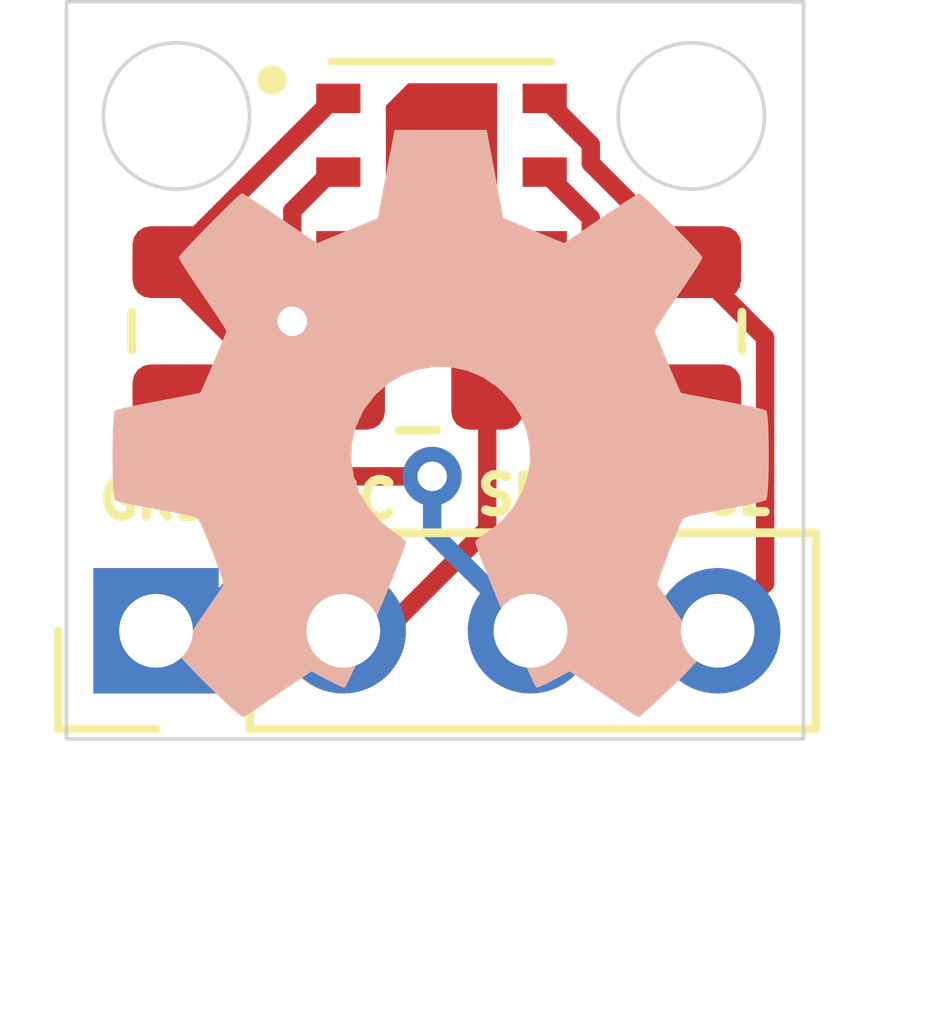
<source format=kicad_pcb>
(kicad_pcb (version 20171130) (host pcbnew 5.1.6-c6e7f7d~86~ubuntu19.10.1)

  (general
    (thickness 1.6)
    (drawings 10)
    (tracks 38)
    (zones 0)
    (modules 6)
    (nets 7)
  )

  (page A4)
  (layers
    (0 F.Cu signal)
    (31 B.Cu signal)
    (32 B.Adhes user)
    (33 F.Adhes user)
    (34 B.Paste user)
    (35 F.Paste user)
    (36 B.SilkS user)
    (37 F.SilkS user)
    (38 B.Mask user)
    (39 F.Mask user)
    (40 Dwgs.User user)
    (41 Cmts.User user)
    (42 Eco1.User user)
    (43 Eco2.User user)
    (44 Edge.Cuts user)
    (45 Margin user)
    (46 B.CrtYd user)
    (47 F.CrtYd user)
    (48 B.Fab user)
    (49 F.Fab user)
  )

  (setup
    (last_trace_width 0.25)
    (trace_clearance 0.2)
    (zone_clearance 0.508)
    (zone_45_only no)
    (trace_min 0.2)
    (via_size 0.8)
    (via_drill 0.4)
    (via_min_size 0.4)
    (via_min_drill 0.3)
    (uvia_size 0.3)
    (uvia_drill 0.1)
    (uvias_allowed no)
    (uvia_min_size 0.2)
    (uvia_min_drill 0.1)
    (edge_width 0.05)
    (segment_width 0.2)
    (pcb_text_width 0.3)
    (pcb_text_size 1.5 1.5)
    (mod_edge_width 0.12)
    (mod_text_size 1 1)
    (mod_text_width 0.15)
    (pad_size 1.524 1.524)
    (pad_drill 0.762)
    (pad_to_mask_clearance 0.05)
    (aux_axis_origin 0 0)
    (visible_elements 7FFFFFFF)
    (pcbplotparams
      (layerselection 0x010ff_ffffffff)
      (usegerberextensions true)
      (usegerberattributes false)
      (usegerberadvancedattributes true)
      (creategerberjobfile true)
      (excludeedgelayer true)
      (linewidth 0.100000)
      (plotframeref false)
      (viasonmask false)
      (mode 1)
      (useauxorigin false)
      (hpglpennumber 1)
      (hpglpenspeed 20)
      (hpglpendiameter 15.000000)
      (psnegative false)
      (psa4output false)
      (plotreference true)
      (plotvalue true)
      (plotinvisibletext false)
      (padsonsilk false)
      (subtractmaskfromsilk false)
      (outputformat 1)
      (mirror false)
      (drillshape 0)
      (scaleselection 1)
      (outputdirectory "gerber/"))
  )

  (net 0 "")
  (net 1 /SCL)
  (net 2 +3V3)
  (net 3 /SDA)
  (net 4 "Net-(U1-Pad3)")
  (net 5 GND)
  (net 6 "Net-(U1-Pad7)")

  (net_class Default "This is the default net class."
    (clearance 0.2)
    (trace_width 0.25)
    (via_dia 0.8)
    (via_drill 0.4)
    (uvia_dia 0.3)
    (uvia_drill 0.1)
    (add_net +3V3)
    (add_net /SCL)
    (add_net /SDA)
    (add_net GND)
    (add_net "Net-(U1-Pad3)")
    (add_net "Net-(U1-Pad7)")
  )

  (module Capacitor_SMD:C_0805_2012Metric (layer F.Cu) (tedit 5B36C52B) (tstamp 5F2939B6)
    (at 196.596 69.469 270)
    (descr "Capacitor SMD 0805 (2012 Metric), square (rectangular) end terminal, IPC_7351 nominal, (Body size source: https://docs.google.com/spreadsheets/d/1BsfQQcO9C6DZCsRaXUlFlo91Tg2WpOkGARC1WS5S8t0/edit?usp=sharing), generated with kicad-footprint-generator")
    (tags capacitor)
    (path /5F28E54C)
    (attr smd)
    (fp_text reference R2 (at 0 -1.65 90) (layer F.SilkS) hide
      (effects (font (size 1 1) (thickness 0.15)))
    )
    (fp_text value R (at 0 1.65 90) (layer F.Fab)
      (effects (font (size 1 1) (thickness 0.15)))
    )
    (fp_line (start -1 0.6) (end -1 -0.6) (layer F.Fab) (width 0.1))
    (fp_line (start -1 -0.6) (end 1 -0.6) (layer F.Fab) (width 0.1))
    (fp_line (start 1 -0.6) (end 1 0.6) (layer F.Fab) (width 0.1))
    (fp_line (start 1 0.6) (end -1 0.6) (layer F.Fab) (width 0.1))
    (fp_line (start -0.258578 -0.71) (end 0.258578 -0.71) (layer F.SilkS) (width 0.12))
    (fp_line (start -0.258578 0.71) (end 0.258578 0.71) (layer F.SilkS) (width 0.12))
    (fp_line (start -1.68 0.95) (end -1.68 -0.95) (layer F.CrtYd) (width 0.05))
    (fp_line (start -1.68 -0.95) (end 1.68 -0.95) (layer F.CrtYd) (width 0.05))
    (fp_line (start 1.68 -0.95) (end 1.68 0.95) (layer F.CrtYd) (width 0.05))
    (fp_line (start 1.68 0.95) (end -1.68 0.95) (layer F.CrtYd) (width 0.05))
    (fp_text user %R (at 0 0 90) (layer F.Fab)
      (effects (font (size 0.5 0.5) (thickness 0.08)))
    )
    (pad 1 smd roundrect (at -0.9375 0 270) (size 0.975 1.4) (layers F.Cu F.Paste F.Mask) (roundrect_rratio 0.25)
      (net 3 /SDA))
    (pad 2 smd roundrect (at 0.9375 0 270) (size 0.975 1.4) (layers F.Cu F.Paste F.Mask) (roundrect_rratio 0.25)
      (net 2 +3V3))
    (model ${KISYS3DMOD}/Capacitor_SMD.3dshapes/C_0805_2012Metric.wrl
      (at (xyz 0 0 0))
      (scale (xyz 1 1 1))
      (rotate (xyz 0 0 0))
    )
  )

  (module Capacitor_SMD:C_0805_2012Metric (layer F.Cu) (tedit 5B36C52B) (tstamp 5F293870)
    (at 199.771 70.104 180)
    (descr "Capacitor SMD 0805 (2012 Metric), square (rectangular) end terminal, IPC_7351 nominal, (Body size source: https://docs.google.com/spreadsheets/d/1BsfQQcO9C6DZCsRaXUlFlo91Tg2WpOkGARC1WS5S8t0/edit?usp=sharing), generated with kicad-footprint-generator")
    (tags capacitor)
    (path /5F28FC70)
    (attr smd)
    (fp_text reference C1 (at 0 -1.65) (layer F.SilkS) hide
      (effects (font (size 1 1) (thickness 0.15)))
    )
    (fp_text value C (at 0 1.65) (layer F.Fab)
      (effects (font (size 1 1) (thickness 0.15)))
    )
    (fp_line (start -1 0.6) (end -1 -0.6) (layer F.Fab) (width 0.1))
    (fp_line (start -1 -0.6) (end 1 -0.6) (layer F.Fab) (width 0.1))
    (fp_line (start 1 -0.6) (end 1 0.6) (layer F.Fab) (width 0.1))
    (fp_line (start 1 0.6) (end -1 0.6) (layer F.Fab) (width 0.1))
    (fp_line (start -0.258578 -0.71) (end 0.258578 -0.71) (layer F.SilkS) (width 0.12))
    (fp_line (start -0.258578 0.71) (end 0.258578 0.71) (layer F.SilkS) (width 0.12))
    (fp_line (start -1.68 0.95) (end -1.68 -0.95) (layer F.CrtYd) (width 0.05))
    (fp_line (start -1.68 -0.95) (end 1.68 -0.95) (layer F.CrtYd) (width 0.05))
    (fp_line (start 1.68 -0.95) (end 1.68 0.95) (layer F.CrtYd) (width 0.05))
    (fp_line (start 1.68 0.95) (end -1.68 0.95) (layer F.CrtYd) (width 0.05))
    (fp_text user %R (at 0 0) (layer F.Fab)
      (effects (font (size 0.5 0.5) (thickness 0.08)))
    )
    (pad 1 smd roundrect (at -0.9375 0 180) (size 0.975 1.4) (layers F.Cu F.Paste F.Mask) (roundrect_rratio 0.25)
      (net 2 +3V3))
    (pad 2 smd roundrect (at 0.9375 0 180) (size 0.975 1.4) (layers F.Cu F.Paste F.Mask) (roundrect_rratio 0.25)
      (net 5 GND))
    (model ${KISYS3DMOD}/Capacitor_SMD.3dshapes/C_0805_2012Metric.wrl
      (at (xyz 0 0 0))
      (scale (xyz 1 1 1))
      (rotate (xyz 0 0 0))
    )
  )

  (module Capacitor_SMD:C_0805_2012Metric (layer F.Cu) (tedit 5B36C52B) (tstamp 5F29375A)
    (at 203.454 69.469 90)
    (descr "Capacitor SMD 0805 (2012 Metric), square (rectangular) end terminal, IPC_7351 nominal, (Body size source: https://docs.google.com/spreadsheets/d/1BsfQQcO9C6DZCsRaXUlFlo91Tg2WpOkGARC1WS5S8t0/edit?usp=sharing), generated with kicad-footprint-generator")
    (tags capacitor)
    (path /5F28869C)
    (attr smd)
    (fp_text reference R1 (at 0 -1.65 90) (layer F.SilkS) hide
      (effects (font (size 1 1) (thickness 0.15)))
    )
    (fp_text value R (at 0 1.65 90) (layer F.Fab)
      (effects (font (size 1 1) (thickness 0.15)))
    )
    (fp_line (start -1 0.6) (end -1 -0.6) (layer F.Fab) (width 0.1))
    (fp_line (start -1 -0.6) (end 1 -0.6) (layer F.Fab) (width 0.1))
    (fp_line (start 1 -0.6) (end 1 0.6) (layer F.Fab) (width 0.1))
    (fp_line (start 1 0.6) (end -1 0.6) (layer F.Fab) (width 0.1))
    (fp_line (start -0.258578 -0.71) (end 0.258578 -0.71) (layer F.SilkS) (width 0.12))
    (fp_line (start -0.258578 0.71) (end 0.258578 0.71) (layer F.SilkS) (width 0.12))
    (fp_line (start -1.68 0.95) (end -1.68 -0.95) (layer F.CrtYd) (width 0.05))
    (fp_line (start -1.68 -0.95) (end 1.68 -0.95) (layer F.CrtYd) (width 0.05))
    (fp_line (start 1.68 -0.95) (end 1.68 0.95) (layer F.CrtYd) (width 0.05))
    (fp_line (start 1.68 0.95) (end -1.68 0.95) (layer F.CrtYd) (width 0.05))
    (fp_text user %R (at 0 0 90) (layer F.Fab)
      (effects (font (size 0.5 0.5) (thickness 0.08)))
    )
    (pad 1 smd roundrect (at -0.9375 0 90) (size 0.975 1.4) (layers F.Cu F.Paste F.Mask) (roundrect_rratio 0.25)
      (net 2 +3V3))
    (pad 2 smd roundrect (at 0.9375 0 90) (size 0.975 1.4) (layers F.Cu F.Paste F.Mask) (roundrect_rratio 0.25)
      (net 1 /SCL))
    (model ${KISYS3DMOD}/Capacitor_SMD.3dshapes/C_0805_2012Metric.wrl
      (at (xyz 0 0 0))
      (scale (xyz 1 1 1))
      (rotate (xyz 0 0 0))
    )
  )

  (module Connector_PinHeader_2.54mm:PinHeader_1x04_P2.54mm_Vertical (layer F.Cu) (tedit 59FED5CC) (tstamp 5F293675)
    (at 196.215 73.533 90)
    (descr "Through hole straight pin header, 1x04, 2.54mm pitch, single row")
    (tags "Through hole pin header THT 1x04 2.54mm single row")
    (path /5F28937D)
    (fp_text reference J1 (at 0 -2.33 90) (layer F.SilkS) hide
      (effects (font (size 1 1) (thickness 0.15)))
    )
    (fp_text value "Breakout pins" (at 0 9.95 90) (layer F.Fab)
      (effects (font (size 1 1) (thickness 0.15)))
    )
    (fp_line (start 1.8 -1.8) (end -1.8 -1.8) (layer F.CrtYd) (width 0.05))
    (fp_line (start 1.8 9.4) (end 1.8 -1.8) (layer F.CrtYd) (width 0.05))
    (fp_line (start -1.8 9.4) (end 1.8 9.4) (layer F.CrtYd) (width 0.05))
    (fp_line (start -1.8 -1.8) (end -1.8 9.4) (layer F.CrtYd) (width 0.05))
    (fp_line (start -1.33 -1.33) (end 0 -1.33) (layer F.SilkS) (width 0.12))
    (fp_line (start -1.33 0) (end -1.33 -1.33) (layer F.SilkS) (width 0.12))
    (fp_line (start -1.33 1.27) (end 1.33 1.27) (layer F.SilkS) (width 0.12))
    (fp_line (start 1.33 1.27) (end 1.33 8.95) (layer F.SilkS) (width 0.12))
    (fp_line (start -1.33 1.27) (end -1.33 8.95) (layer F.SilkS) (width 0.12))
    (fp_line (start -1.33 8.95) (end 1.33 8.95) (layer F.SilkS) (width 0.12))
    (fp_line (start -1.27 -0.635) (end -0.635 -1.27) (layer F.Fab) (width 0.1))
    (fp_line (start -1.27 8.89) (end -1.27 -0.635) (layer F.Fab) (width 0.1))
    (fp_line (start 1.27 8.89) (end -1.27 8.89) (layer F.Fab) (width 0.1))
    (fp_line (start 1.27 -1.27) (end 1.27 8.89) (layer F.Fab) (width 0.1))
    (fp_line (start -0.635 -1.27) (end 1.27 -1.27) (layer F.Fab) (width 0.1))
    (fp_text user %R (at 0 3.81) (layer F.Fab)
      (effects (font (size 1 1) (thickness 0.15)))
    )
    (pad 4 thru_hole oval (at 0 7.62 90) (size 1.7 1.7) (drill 1) (layers *.Cu *.Mask)
      (net 1 /SCL))
    (pad 3 thru_hole oval (at 0 5.08 90) (size 1.7 1.7) (drill 1) (layers *.Cu *.Mask)
      (net 3 /SDA))
    (pad 2 thru_hole oval (at 0 2.54 90) (size 1.7 1.7) (drill 1) (layers *.Cu *.Mask)
      (net 2 +3V3))
    (pad 1 thru_hole rect (at 0 0 90) (size 1.7 1.7) (drill 1) (layers *.Cu *.Mask)
      (net 5 GND))
    (model ${KISYS3DMOD}/Connector_PinHeader_2.54mm.3dshapes/PinHeader_1x04_P2.54mm_Vertical.wrl
      (at (xyz 0 0 0))
      (scale (xyz 1 1 1))
      (rotate (xyz 0 0 0))
    )
  )

  (module Symbol:OSHW-Symbol_8.9x8mm_SilkScreen (layer B.Cu) (tedit 0) (tstamp 5F2933F0)
    (at 200.0885 70.739 180)
    (descr "Open Source Hardware Symbol")
    (tags "Logo Symbol OSHW")
    (attr virtual)
    (fp_text reference REF** (at 0 0) (layer B.SilkS) hide
      (effects (font (size 1 1) (thickness 0.15)) (justify mirror))
    )
    (fp_text value OSHW-Symbol_8.9x8mm_SilkScreen (at 0.75 0) (layer B.Fab) hide
      (effects (font (size 1 1) (thickness 0.15)) (justify mirror))
    )
    (fp_poly (pts (xy 0.746536 3.399573) (xy 0.859118 2.802382) (xy 1.274531 2.631135) (xy 1.689945 2.459888)
      (xy 2.188302 2.798767) (xy 2.327869 2.893123) (xy 2.454029 2.97737) (xy 2.560896 3.047662)
      (xy 2.642583 3.100153) (xy 2.693202 3.130996) (xy 2.706987 3.137647) (xy 2.731821 3.120542)
      (xy 2.784889 3.073256) (xy 2.860241 3.001828) (xy 2.95193 2.9123) (xy 3.054008 2.810711)
      (xy 3.160527 2.703102) (xy 3.265537 2.595513) (xy 3.363092 2.493985) (xy 3.447243 2.404559)
      (xy 3.512041 2.333274) (xy 3.551538 2.286172) (xy 3.560981 2.270408) (xy 3.547392 2.241347)
      (xy 3.509294 2.177679) (xy 3.450694 2.085633) (xy 3.375598 1.971436) (xy 3.288009 1.841316)
      (xy 3.237255 1.767099) (xy 3.144746 1.631578) (xy 3.062541 1.509284) (xy 2.994631 1.406305)
      (xy 2.945001 1.328727) (xy 2.917641 1.282639) (xy 2.91353 1.272953) (xy 2.92285 1.245426)
      (xy 2.948255 1.181272) (xy 2.985912 1.08951) (xy 3.031987 0.979161) (xy 3.082647 0.859245)
      (xy 3.13406 0.738781) (xy 3.18239 0.626791) (xy 3.223807 0.532293) (xy 3.254475 0.464308)
      (xy 3.270562 0.431857) (xy 3.271512 0.43058) (xy 3.296773 0.424383) (xy 3.364046 0.41056)
      (xy 3.466361 0.390468) (xy 3.596742 0.365466) (xy 3.748217 0.336914) (xy 3.836594 0.320449)
      (xy 3.998453 0.289631) (xy 4.14465 0.260306) (xy 4.267788 0.234079) (xy 4.36047 0.212554)
      (xy 4.415302 0.197335) (xy 4.426324 0.192507) (xy 4.437119 0.159826) (xy 4.44583 0.086015)
      (xy 4.452461 -0.020292) (xy 4.457019 -0.150467) (xy 4.45951 -0.295876) (xy 4.459939 -0.44789)
      (xy 4.458312 -0.597877) (xy 4.454636 -0.737206) (xy 4.448916 -0.857245) (xy 4.441158 -0.949365)
      (xy 4.431369 -1.004932) (xy 4.425497 -1.0165) (xy 4.3904 -1.030365) (xy 4.316029 -1.050188)
      (xy 4.212224 -1.073639) (xy 4.08882 -1.098391) (xy 4.045742 -1.106398) (xy 3.838048 -1.144441)
      (xy 3.673985 -1.175079) (xy 3.548131 -1.199529) (xy 3.455066 -1.219009) (xy 3.389368 -1.234736)
      (xy 3.345618 -1.247928) (xy 3.318393 -1.259804) (xy 3.302273 -1.27158) (xy 3.300018 -1.273908)
      (xy 3.277504 -1.3114) (xy 3.243159 -1.384365) (xy 3.200412 -1.483867) (xy 3.152693 -1.600973)
      (xy 3.103431 -1.726748) (xy 3.056056 -1.852257) (xy 3.013996 -1.968565) (xy 2.980681 -2.066739)
      (xy 2.959542 -2.137843) (xy 2.954006 -2.172942) (xy 2.954467 -2.174172) (xy 2.973224 -2.202861)
      (xy 3.015777 -2.265985) (xy 3.077654 -2.356973) (xy 3.154383 -2.469255) (xy 3.241492 -2.59626)
      (xy 3.266299 -2.632353) (xy 3.354753 -2.763203) (xy 3.432589 -2.882591) (xy 3.495567 -2.983662)
      (xy 3.539446 -3.059559) (xy 3.559986 -3.103427) (xy 3.560981 -3.108817) (xy 3.543723 -3.137144)
      (xy 3.496036 -3.193261) (xy 3.424051 -3.271137) (xy 3.333898 -3.36474) (xy 3.231706 -3.468041)
      (xy 3.123606 -3.575006) (xy 3.015729 -3.679606) (xy 2.914205 -3.775809) (xy 2.825163 -3.857584)
      (xy 2.754734 -3.9189) (xy 2.709048 -3.953726) (xy 2.69641 -3.959412) (xy 2.666992 -3.94602)
      (xy 2.606762 -3.909899) (xy 2.52553 -3.857136) (xy 2.463031 -3.814667) (xy 2.349786 -3.73674)
      (xy 2.215675 -3.644984) (xy 2.081156 -3.553375) (xy 2.008834 -3.504346) (xy 1.764039 -3.33877)
      (xy 1.558551 -3.449875) (xy 1.464937 -3.498548) (xy 1.385331 -3.536381) (xy 1.331468 -3.557958)
      (xy 1.317758 -3.560961) (xy 1.301271 -3.538793) (xy 1.268746 -3.476149) (xy 1.222609 -3.378809)
      (xy 1.165291 -3.252549) (xy 1.099217 -3.10315) (xy 1.026816 -2.936388) (xy 0.950517 -2.758042)
      (xy 0.872747 -2.573891) (xy 0.795935 -2.389712) (xy 0.722507 -2.211285) (xy 0.654893 -2.044387)
      (xy 0.595521 -1.894797) (xy 0.546817 -1.768293) (xy 0.511211 -1.670654) (xy 0.491131 -1.607657)
      (xy 0.487901 -1.586021) (xy 0.513497 -1.558424) (xy 0.569539 -1.513625) (xy 0.644312 -1.460934)
      (xy 0.650588 -1.456765) (xy 0.843846 -1.302069) (xy 0.999675 -1.121591) (xy 1.116725 -0.921102)
      (xy 1.193646 -0.706374) (xy 1.229087 -0.483177) (xy 1.221698 -0.257281) (xy 1.170128 -0.034459)
      (xy 1.073027 0.179521) (xy 1.044459 0.226336) (xy 0.895869 0.415382) (xy 0.720328 0.567188)
      (xy 0.523911 0.680966) (xy 0.312694 0.755925) (xy 0.092754 0.791278) (xy -0.129836 0.786233)
      (xy -0.348998 0.740001) (xy -0.558657 0.651794) (xy -0.752738 0.520821) (xy -0.812773 0.467663)
      (xy -0.965564 0.301261) (xy -1.076902 0.126088) (xy -1.153276 -0.070266) (xy -1.195812 -0.264717)
      (xy -1.206313 -0.483342) (xy -1.171299 -0.703052) (xy -1.094326 -0.91642) (xy -0.978952 -1.116022)
      (xy -0.828734 -1.294429) (xy -0.647226 -1.444217) (xy -0.623372 -1.460006) (xy -0.547798 -1.511712)
      (xy -0.490348 -1.556512) (xy -0.462882 -1.585117) (xy -0.462482 -1.586021) (xy -0.468379 -1.616964)
      (xy -0.491754 -1.687191) (xy -0.530178 -1.790925) (xy -0.581222 -1.92239) (xy -0.642457 -2.075807)
      (xy -0.711455 -2.245401) (xy -0.785786 -2.425393) (xy -0.863021 -2.610008) (xy -0.940731 -2.793468)
      (xy -1.016488 -2.969996) (xy -1.087862 -3.133814) (xy -1.152425 -3.279147) (xy -1.207747 -3.400217)
      (xy -1.251399 -3.491247) (xy -1.280953 -3.54646) (xy -1.292855 -3.560961) (xy -1.329222 -3.549669)
      (xy -1.397269 -3.519385) (xy -1.485263 -3.47552) (xy -1.533649 -3.449875) (xy -1.739136 -3.33877)
      (xy -1.983931 -3.504346) (xy -2.108893 -3.58917) (xy -2.245704 -3.682516) (xy -2.373911 -3.770408)
      (xy -2.438128 -3.814667) (xy -2.528448 -3.875318) (xy -2.604928 -3.923381) (xy -2.657592 -3.95277)
      (xy -2.674697 -3.958982) (xy -2.699594 -3.942223) (xy -2.754694 -3.895436) (xy -2.834656 -3.82348)
      (xy -2.934139 -3.731212) (xy -3.047799 -3.62349) (xy -3.119684 -3.554326) (xy -3.245448 -3.430757)
      (xy -3.354136 -3.320234) (xy -3.441354 -3.227485) (xy -3.50271 -3.157237) (xy -3.533808 -3.11422)
      (xy -3.536791 -3.10549) (xy -3.522946 -3.072284) (xy -3.484687 -3.005142) (xy -3.426258 -2.910863)
      (xy -3.351902 -2.796245) (xy -3.265864 -2.668083) (xy -3.241397 -2.632353) (xy -3.152245 -2.502489)
      (xy -3.072261 -2.385569) (xy -3.005919 -2.288162) (xy -2.957688 -2.216839) (xy -2.932042 -2.17817)
      (xy -2.929564 -2.174172) (xy -2.93327 -2.143355) (xy -2.952938 -2.075599) (xy -2.985139 -1.979839)
      (xy -3.026444 -1.865009) (xy -3.073424 -1.740044) (xy -3.12265 -1.613879) (xy -3.170691 -1.495448)
      (xy -3.214118 -1.393685) (xy -3.249503 -1.317526) (xy -3.273415 -1.275904) (xy -3.275115 -1.273908)
      (xy -3.289737 -1.262013) (xy -3.314434 -1.25025) (xy -3.354627 -1.237401) (xy -3.415736 -1.222249)
      (xy -3.503182 -1.203576) (xy -3.622387 -1.180165) (xy -3.778772 -1.150797) (xy -3.977756 -1.114255)
      (xy -4.020839 -1.106398) (xy -4.148529 -1.081727) (xy -4.259846 -1.057593) (xy -4.344954 -1.036324)
      (xy -4.394016 -1.020248) (xy -4.400594 -1.0165) (xy -4.411435 -0.983273) (xy -4.420246 -0.909021)
      (xy -4.427023 -0.802376) (xy -4.431759 -0.671967) (xy -4.434449 -0.526427) (xy -4.435086 -0.374386)
      (xy -4.433665 -0.224476) (xy -4.430179 -0.085328) (xy -4.424623 0.034428) (xy -4.416991 0.126159)
      (xy -4.407277 0.181234) (xy -4.401421 0.192507) (xy -4.368819 0.203877) (xy -4.294581 0.222376)
      (xy -4.186103 0.246398) (xy -4.050782 0.274338) (xy -3.896014 0.304592) (xy -3.811692 0.320449)
      (xy -3.651703 0.350356) (xy -3.509032 0.37745) (xy -3.390651 0.400369) (xy -3.303534 0.417757)
      (xy -3.254654 0.428253) (xy -3.246609 0.43058) (xy -3.233012 0.456814) (xy -3.20427 0.520005)
      (xy -3.164214 0.611123) (xy -3.116675 0.721143) (xy -3.065484 0.841035) (xy -3.014473 0.961773)
      (xy -2.967473 1.074329) (xy -2.928315 1.169674) (xy -2.90083 1.238783) (xy -2.88885 1.272626)
      (xy -2.888627 1.274105) (xy -2.902208 1.300803) (xy -2.940284 1.36224) (xy -2.998852 1.452311)
      (xy -3.073911 1.56491) (xy -3.161459 1.69393) (xy -3.212352 1.768039) (xy -3.30509 1.903923)
      (xy -3.387458 2.027291) (xy -3.455438 2.131903) (xy -3.505011 2.211517) (xy -3.532157 2.259893)
      (xy -3.536078 2.270738) (xy -3.519224 2.29598) (xy -3.472631 2.349876) (xy -3.402251 2.426387)
      (xy -3.314034 2.519477) (xy -3.213934 2.623105) (xy -3.107901 2.731236) (xy -3.001888 2.83783)
      (xy -2.901847 2.93685) (xy -2.813729 3.022258) (xy -2.743486 3.088015) (xy -2.697071 3.128084)
      (xy -2.681543 3.137647) (xy -2.65626 3.1242) (xy -2.595788 3.086425) (xy -2.506007 3.028165)
      (xy -2.392796 2.953266) (xy -2.262036 2.865575) (xy -2.1634 2.798767) (xy -1.665042 2.459888)
      (xy -1.249629 2.631135) (xy -0.834215 2.802382) (xy -0.721633 3.399573) (xy -0.60905 3.996765)
      (xy 0.633953 3.996765) (xy 0.746536 3.399573)) (layer B.SilkS) (width 0.01))
  )

  (module sht20-footprint:XDCR_SHT20 (layer F.Cu) (tedit 5F287550) (tstamp 5F292FD7)
    (at 200.0885 67.31)
    (path /5F2877DC)
    (fp_text reference U1 (at 0.032 -2.4064 180) (layer F.SilkS) hide
      (effects (font (size 0.64 0.64) (thickness 0.015)))
    )
    (fp_text value SHT20 (at 2.064 2.4064) (layer F.Fab)
      (effects (font (size 0.64 0.64) (thickness 0.015)))
    )
    (fp_line (start -1.5 1.5) (end 1.5 1.5) (layer F.SilkS) (width 0.1))
    (fp_line (start 1.5 1.5) (end 1.5 -1.5) (layer F.Fab) (width 0.1))
    (fp_line (start 1.5 -1.5) (end -1.5 -1.5) (layer F.SilkS) (width 0.1))
    (fp_line (start -1.5 -1.5) (end -1.5 1.5) (layer F.Fab) (width 0.1))
    (fp_circle (center -2.3 -1.25) (end -2.2 -1.25) (layer F.Fab) (width 0.2))
    (fp_line (start -2.05 -1.75) (end 2.05 -1.75) (layer F.CrtYd) (width 0.05))
    (fp_line (start 2.05 -1.75) (end 2.05 1.75) (layer F.CrtYd) (width 0.05))
    (fp_line (start 2.05 1.75) (end -2.05 1.75) (layer F.CrtYd) (width 0.05))
    (fp_line (start -2.05 1.75) (end -2.05 -1.75) (layer F.CrtYd) (width 0.05))
    (fp_line (start 1.5 -1.5) (end -1.5 -1.5) (layer F.Fab) (width 0.1))
    (fp_line (start -1.5 1.5) (end 1.5 1.5) (layer F.Fab) (width 0.1))
    (fp_poly (pts (xy -1.7 -1.2) (xy -1.2 -1.2) (xy -1.2 -0.8) (xy -1.7 -0.8)) (layer F.Paste) (width 0.01))
    (fp_poly (pts (xy -1.7 -0.2) (xy -1.2 -0.2) (xy -1.2 0.2) (xy -1.7 0.2)) (layer F.Paste) (width 0.01))
    (fp_poly (pts (xy -1.7 0.8) (xy -1.2 0.8) (xy -1.2 1.2) (xy -1.7 1.2)) (layer F.Paste) (width 0.01))
    (fp_circle (center -2.3 -1.25) (end -2.2 -1.25) (layer F.SilkS) (width 0.2))
    (fp_poly (pts (xy -0.45 -1.2) (xy 0.75 -1.2) (xy 0.75 1.2) (xy -0.75 1.2)
      (xy -0.75 -0.9)) (layer F.Cu) (width 0.01))
    (fp_poly (pts (xy 1.2 -1.2) (xy 1.7 -1.2) (xy 1.7 -0.8) (xy 1.2 -0.8)) (layer F.Paste) (width 0.01))
    (fp_poly (pts (xy 1.2 -0.2) (xy 1.7 -0.2) (xy 1.7 0.2) (xy 1.2 0.2)) (layer F.Paste) (width 0.01))
    (fp_poly (pts (xy 1.2 0.8) (xy 1.7 0.8) (xy 1.7 1.2) (xy 1.2 1.2)) (layer F.Paste) (width 0.01))
    (fp_poly (pts (xy -0.7 -0.875) (xy -0.7 1.15) (xy 0.7 1.15) (xy 0.7 -1.15)
      (xy -0.425 -1.15)) (layer F.Paste) (width 0.01))
    (fp_poly (pts (xy -0.85 -0.9) (xy -0.85 1.2) (xy -0.849863 1.205234) (xy -0.849452 1.210453)
      (xy -0.848769 1.215643) (xy -0.847815 1.220791) (xy -0.846593 1.225882) (xy -0.845106 1.230902)
      (xy -0.843358 1.235837) (xy -0.841355 1.240674) (xy -0.839101 1.245399) (xy -0.836603 1.25)
      (xy -0.833867 1.254464) (xy -0.830902 1.258779) (xy -0.827715 1.262932) (xy -0.824314 1.266913)
      (xy -0.820711 1.270711) (xy -0.816913 1.274314) (xy -0.812932 1.277715) (xy -0.808779 1.280902)
      (xy -0.804464 1.283867) (xy -0.8 1.286603) (xy -0.795399 1.289101) (xy -0.790674 1.291355)
      (xy -0.785837 1.293358) (xy -0.780902 1.295106) (xy -0.775882 1.296593) (xy -0.770791 1.297815)
      (xy -0.765643 1.298769) (xy -0.760453 1.299452) (xy -0.755234 1.299863) (xy -0.75 1.3)
      (xy 0.75 1.3) (xy 0.755234 1.299863) (xy 0.760453 1.299452) (xy 0.765643 1.298769)
      (xy 0.770791 1.297815) (xy 0.775882 1.296593) (xy 0.780902 1.295106) (xy 0.785837 1.293358)
      (xy 0.790674 1.291355) (xy 0.795399 1.289101) (xy 0.8 1.286603) (xy 0.804464 1.283867)
      (xy 0.808779 1.280902) (xy 0.812932 1.277715) (xy 0.816913 1.274314) (xy 0.820711 1.270711)
      (xy 0.824314 1.266913) (xy 0.827715 1.262932) (xy 0.830902 1.258779) (xy 0.833867 1.254464)
      (xy 0.836603 1.25) (xy 0.839101 1.245399) (xy 0.841355 1.240674) (xy 0.843358 1.235837)
      (xy 0.845106 1.230902) (xy 0.846593 1.225882) (xy 0.847815 1.220791) (xy 0.848769 1.215643)
      (xy 0.849452 1.210453) (xy 0.849863 1.205234) (xy 0.85 1.2) (xy 0.85 -1.2)
      (xy 0.849863 -1.205234) (xy 0.849452 -1.210453) (xy 0.848769 -1.215643) (xy 0.847815 -1.220791)
      (xy 0.846593 -1.225882) (xy 0.845106 -1.230902) (xy 0.843358 -1.235837) (xy 0.841355 -1.240674)
      (xy 0.839101 -1.245399) (xy 0.836603 -1.25) (xy 0.833867 -1.254464) (xy 0.830902 -1.258779)
      (xy 0.827715 -1.262932) (xy 0.824314 -1.266913) (xy 0.820711 -1.270711) (xy 0.816913 -1.274314)
      (xy 0.812932 -1.277715) (xy 0.808779 -1.280902) (xy 0.804464 -1.283867) (xy 0.8 -1.286603)
      (xy 0.795399 -1.289101) (xy 0.790674 -1.291355) (xy 0.785837 -1.293358) (xy 0.780902 -1.295106)
      (xy 0.775882 -1.296593) (xy 0.770791 -1.297815) (xy 0.765643 -1.298769) (xy 0.760453 -1.299452)
      (xy 0.755234 -1.299863) (xy 0.75 -1.3) (xy -0.520709 -1.3) (xy -0.85 -0.970709)
      (xy -0.85 -0.9)) (layer F.Mask) (width 0.01))
    (pad 7 smd rect (at 0 0) (size 1 1) (layers F.Cu)
      (net 6 "Net-(U1-Pad7)"))
    (pad 6 smd rect (at 1.4 -1) (size 0.6 0.4) (layers F.Cu F.Mask)
      (net 1 /SCL))
    (pad 5 smd rect (at 1.4 0) (size 0.6 0.4) (layers F.Cu F.Mask)
      (net 2 +3V3))
    (pad 4 smd rect (at 1.4 1) (size 0.6 0.4) (layers F.Cu F.Mask)
      (net 4 "Net-(U1-Pad3)"))
    (pad 1 smd rect (at -1.4 -1) (size 0.6 0.4) (layers F.Cu F.Mask)
      (net 3 /SDA))
    (pad 2 smd rect (at -1.4 0) (size 0.6 0.4) (layers F.Cu F.Mask)
      (net 5 GND))
    (pad 3 smd rect (at -1.4 1) (size 0.6 0.4) (layers F.Cu F.Mask)
      (net 4 "Net-(U1-Pad3)"))
  )

  (gr_text SCL (at 203.835 71.6915) (layer F.SilkS)
    (effects (font (size 0.5 0.5) (thickness 0.125)))
  )
  (gr_text SDA (at 201.295 71.6915) (layer F.SilkS)
    (effects (font (size 0.5 0.5) (thickness 0.125)))
  )
  (gr_text GRD (at 196.215 71.755) (layer F.SilkS)
    (effects (font (size 0.5 0.5) (thickness 0.125)))
  )
  (gr_text VCC (at 198.755 71.755) (layer F.SilkS)
    (effects (font (size 0.5 0.5) (thickness 0.125)))
  )
  (gr_circle (center 196.493099 66.548) (end 197.255099 67.183) (layer Edge.Cuts) (width 0.05) (tstamp 5F292FFC))
  (gr_circle (center 203.478099 66.548) (end 204.240099 67.183) (layer Edge.Cuts) (width 0.05))
  (gr_line (start 195 65) (end 205 65) (layer Edge.Cuts) (width 0.05) (tstamp 5F28771D))
  (gr_line (start 195 75) (end 195 65) (layer Edge.Cuts) (width 0.05))
  (gr_line (start 205 75) (end 195 75) (layer Edge.Cuts) (width 0.05))
  (gr_line (start 205 65) (end 205 75) (layer Edge.Cuts) (width 0.05))

  (segment (start 202.113501 66.935001) (end 201.4885 66.31) (width 0.25) (layer F.Cu) (net 1))
  (segment (start 202.113501 67.191001) (end 202.113501 66.935001) (width 0.25) (layer F.Cu) (net 1))
  (segment (start 203.454 68.5315) (end 202.113501 67.191001) (width 0.25) (layer F.Cu) (net 1))
  (segment (start 204.47901 69.55651) (end 204.47901 72.88899) (width 0.25) (layer F.Cu) (net 1))
  (segment (start 204.47901 72.88899) (end 203.835 73.533) (width 0.25) (layer F.Cu) (net 1))
  (segment (start 203.454 68.5315) (end 204.47901 69.55651) (width 0.25) (layer F.Cu) (net 1))
  (segment (start 202.113501 69.066001) (end 203.454 70.4065) (width 0.25) (layer F.Cu) (net 2))
  (segment (start 202.113501 67.935001) (end 202.113501 69.066001) (width 0.25) (layer F.Cu) (net 2))
  (segment (start 201.4885 67.31) (end 202.113501 67.935001) (width 0.25) (layer F.Cu) (net 2))
  (segment (start 201.011 70.4065) (end 200.7085 70.104) (width 0.25) (layer F.Cu) (net 2))
  (segment (start 203.454 70.4065) (end 201.011 70.4065) (width 0.25) (layer F.Cu) (net 2))
  (segment (start 198.501 73.533) (end 198.755 73.533) (width 0.25) (layer F.Cu) (net 2))
  (segment (start 196.469 70.4065) (end 196.469 71.501) (width 0.25) (layer F.Cu) (net 2))
  (segment (start 196.469 71.501) (end 198.501 73.533) (width 0.25) (layer F.Cu) (net 2))
  (segment (start 200.7085 70.104) (end 200.7085 72.151) (width 0.25) (layer F.Cu) (net 2))
  (segment (start 199.3265 73.533) (end 198.755 73.533) (width 0.25) (layer F.Cu) (net 2))
  (segment (start 200.7085 72.151) (end 199.3265 73.533) (width 0.25) (layer F.Cu) (net 2))
  (via (at 199.9615 71.4375) (size 0.8) (drill 0.4) (layers F.Cu B.Cu) (net 3))
  (segment (start 198.629255 66.31) (end 196.469 68.470255) (width 0.25) (layer F.Cu) (net 3))
  (segment (start 196.469 68.470255) (end 196.469 68.5315) (width 0.25) (layer F.Cu) (net 3))
  (segment (start 198.6885 66.31) (end 198.629255 66.31) (width 0.25) (layer F.Cu) (net 3))
  (segment (start 196.596 68.90215) (end 197.62101 69.92716) (width 0.25) (layer F.Cu) (net 3))
  (segment (start 196.596 68.5315) (end 196.596 68.90215) (width 0.25) (layer F.Cu) (net 3))
  (segment (start 198.66265 71.4375) (end 199.9615 71.4375) (width 0.25) (layer F.Cu) (net 3))
  (segment (start 197.62101 70.39586) (end 198.66265 71.4375) (width 0.25) (layer F.Cu) (net 3))
  (segment (start 197.62101 69.92716) (end 197.62101 70.39586) (width 0.25) (layer F.Cu) (net 3))
  (segment (start 199.9615 72.1995) (end 201.295 73.533) (width 0.25) (layer B.Cu) (net 3))
  (segment (start 199.9615 71.4375) (end 199.9615 72.1995) (width 0.25) (layer B.Cu) (net 3))
  (segment (start 198.063499 69.333999) (end 198.063499 69.333999) (width 0.25) (layer F.Cu) (net 5))
  (segment (start 198.063499 69.333999) (end 198.8335 70.104) (width 0.25) (layer F.Cu) (net 5) (tstamp 5F293D98))
  (via (at 198.063499 69.333999) (size 0.8) (drill 0.4) (layers F.Cu B.Cu) (net 5) (status 1000000))
  (segment (start 198.6885 67.31) (end 198.5885 67.31) (width 0.25) (layer F.Cu) (net 5))
  (segment (start 198.063499 67.835001) (end 198.063499 69.333999) (width 0.25) (layer F.Cu) (net 5))
  (segment (start 198.5885 67.31) (end 198.063499 67.835001) (width 0.25) (layer F.Cu) (net 5))
  (segment (start 196.6595 73.533) (end 196.215 73.533) (width 0.25) (layer B.Cu) (net 5))
  (segment (start 198.501 71.6915) (end 196.6595 73.533) (width 0.25) (layer B.Cu) (net 5))
  (segment (start 198.063499 69.333999) (end 198.501 69.7715) (width 0.25) (layer B.Cu) (net 5))
  (segment (start 198.501 69.7715) (end 198.501 71.6915) (width 0.25) (layer B.Cu) (net 5))

)

</source>
